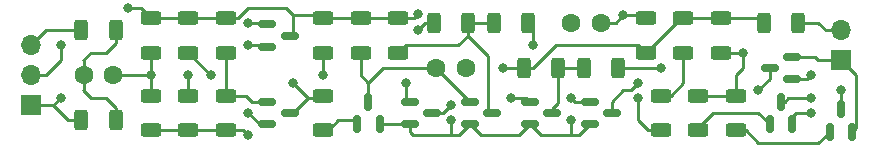
<source format=gbr>
%TF.GenerationSoftware,KiCad,Pcbnew,(6.0.10)*%
%TF.CreationDate,2023-01-19T16:24:11+09:00*%
%TF.ProjectId,Test2,54657374-322e-46b6-9963-61645f706362,rev?*%
%TF.SameCoordinates,Original*%
%TF.FileFunction,Copper,L1,Top*%
%TF.FilePolarity,Positive*%
%FSLAX46Y46*%
G04 Gerber Fmt 4.6, Leading zero omitted, Abs format (unit mm)*
G04 Created by KiCad (PCBNEW (6.0.10)) date 2023-01-19 16:24:11*
%MOMM*%
%LPD*%
G01*
G04 APERTURE LIST*
G04 Aperture macros list*
%AMRoundRect*
0 Rectangle with rounded corners*
0 $1 Rounding radius*
0 $2 $3 $4 $5 $6 $7 $8 $9 X,Y pos of 4 corners*
0 Add a 4 corners polygon primitive as box body*
4,1,4,$2,$3,$4,$5,$6,$7,$8,$9,$2,$3,0*
0 Add four circle primitives for the rounded corners*
1,1,$1+$1,$2,$3*
1,1,$1+$1,$4,$5*
1,1,$1+$1,$6,$7*
1,1,$1+$1,$8,$9*
0 Add four rect primitives between the rounded corners*
20,1,$1+$1,$2,$3,$4,$5,0*
20,1,$1+$1,$4,$5,$6,$7,0*
20,1,$1+$1,$6,$7,$8,$9,0*
20,1,$1+$1,$8,$9,$2,$3,0*%
G04 Aperture macros list end*
%TA.AperFunction,ComponentPad*%
%ADD10C,1.600000*%
%TD*%
%TA.AperFunction,ComponentPad*%
%ADD11R,1.700000X1.700000*%
%TD*%
%TA.AperFunction,ComponentPad*%
%ADD12O,1.700000X1.700000*%
%TD*%
%TA.AperFunction,SMDPad,CuDef*%
%ADD13RoundRect,0.150000X0.150000X-0.587500X0.150000X0.587500X-0.150000X0.587500X-0.150000X-0.587500X0*%
%TD*%
%TA.AperFunction,SMDPad,CuDef*%
%ADD14RoundRect,0.150000X-0.587500X-0.150000X0.587500X-0.150000X0.587500X0.150000X-0.587500X0.150000X0*%
%TD*%
%TA.AperFunction,SMDPad,CuDef*%
%ADD15RoundRect,0.150000X0.587500X0.150000X-0.587500X0.150000X-0.587500X-0.150000X0.587500X-0.150000X0*%
%TD*%
%TA.AperFunction,SMDPad,CuDef*%
%ADD16RoundRect,0.250000X-0.625000X0.312500X-0.625000X-0.312500X0.625000X-0.312500X0.625000X0.312500X0*%
%TD*%
%TA.AperFunction,SMDPad,CuDef*%
%ADD17RoundRect,0.250000X-0.312500X-0.625000X0.312500X-0.625000X0.312500X0.625000X-0.312500X0.625000X0*%
%TD*%
%TA.AperFunction,SMDPad,CuDef*%
%ADD18RoundRect,0.250000X0.312500X0.625000X-0.312500X0.625000X-0.312500X-0.625000X0.312500X-0.625000X0*%
%TD*%
%TA.AperFunction,SMDPad,CuDef*%
%ADD19RoundRect,0.250000X0.625000X-0.312500X0.625000X0.312500X-0.625000X0.312500X-0.625000X-0.312500X0*%
%TD*%
%TA.AperFunction,ViaPad*%
%ADD20C,0.800000*%
%TD*%
%TA.AperFunction,Conductor*%
%ADD21C,0.250000*%
%TD*%
G04 APERTURE END LIST*
D10*
%TO.P,C1,1*%
%TO.N,Net-(C1-Pad1)*%
X34310000Y-22860000D03*
%TO.P,C1,2*%
%TO.N,Net-(Q1-Pad1)*%
X36810000Y-22860000D03*
%TD*%
%TO.P,C3,1*%
%TO.N,Net-(R17-Pad2)*%
X78085000Y-18415000D03*
%TO.P,C3,2*%
%TO.N,Net-(R19-Pad2)*%
X75585000Y-18415000D03*
%TD*%
%TO.P,C2,1*%
%TO.N,Net-(R10-Pad2)*%
X66655000Y-22225000D03*
%TO.P,C2,2*%
%TO.N,Net-(R11-Pad2)*%
X64155000Y-22225000D03*
%TD*%
D11*
%TO.P,KCS,1,Pin_1*%
%TO.N,GND*%
X98425000Y-21590000D03*
D12*
%TO.P,KCS,2,Pin_2*%
%TO.N,Net-(J2-Pad2)*%
X98425000Y-19050000D03*
%TD*%
%TO.P,G,3,Pin_3*%
%TO.N,Net-(R1-Pad1)*%
X29845000Y-20305000D03*
%TO.P,G,2,Pin_2*%
%TO.N,Net-(R7-Pad1)*%
X29845000Y-22845000D03*
D11*
%TO.P,G,1,Pin_1*%
%TO.N,GND*%
X29845000Y-25385000D03*
%TD*%
D13*
%TO.P,Q10,1,B*%
%TO.N,Net-(R22-Pad2)*%
X97475000Y-27607500D03*
%TO.P,Q10,2,E*%
%TO.N,GND*%
X99375000Y-27607500D03*
%TO.P,Q10,3,C*%
%TO.N,Net-(J2-Pad2)*%
X98425000Y-25732500D03*
%TD*%
D14*
%TO.P,Q9,1,B*%
%TO.N,Net-(R19-Pad2)*%
X77167500Y-25085000D03*
%TO.P,Q9,2,E*%
%TO.N,GND*%
X77167500Y-26985000D03*
%TO.P,Q9,3,C*%
%TO.N,Net-(R20-Pad2)*%
X79042500Y-26035000D03*
%TD*%
D15*
%TO.P,Q8,3,C*%
%TO.N,Net-(R19-Pad2)*%
X92407500Y-22225000D03*
%TO.P,Q8,2,E*%
%TO.N,GND*%
X94282500Y-21275000D03*
%TO.P,Q8,1,B*%
%TO.N,Net-(R16-Pad2)*%
X94282500Y-23175000D03*
%TD*%
D13*
%TO.P,Q7,3,C*%
%TO.N,Net-(R17-Pad2)*%
X93345000Y-25097500D03*
%TO.P,Q7,2,E*%
%TO.N,GND*%
X94295000Y-26972500D03*
%TO.P,Q7,1,B*%
%TO.N,Net-(R20-Pad1)*%
X92395000Y-26972500D03*
%TD*%
D14*
%TO.P,Q6,1,B*%
%TO.N,Net-(R14-Pad2)*%
X72087500Y-25085000D03*
%TO.P,Q6,2,E*%
%TO.N,GND*%
X72087500Y-26985000D03*
%TO.P,Q6,3,C*%
%TO.N,Net-(R15-Pad2)*%
X73962500Y-26035000D03*
%TD*%
%TO.P,Q5,1,B*%
%TO.N,Net-(R11-Pad2)*%
X67007500Y-25085000D03*
%TO.P,Q5,2,E*%
%TO.N,GND*%
X67007500Y-26985000D03*
%TO.P,Q5,3,C*%
%TO.N,Net-(R12-Pad2)*%
X68882500Y-26035000D03*
%TD*%
D13*
%TO.P,Q4,1,B*%
%TO.N,Net-(R9-Pad2)*%
X57470000Y-26972500D03*
%TO.P,Q4,2,E*%
%TO.N,GND*%
X59370000Y-26972500D03*
%TO.P,Q4,3,C*%
%TO.N,Net-(R11-Pad2)*%
X58420000Y-25097500D03*
%TD*%
D14*
%TO.P,Q3,1,B*%
%TO.N,Net-(R12-Pad1)*%
X61927500Y-25085000D03*
%TO.P,Q3,2,E*%
%TO.N,GND*%
X61927500Y-26985000D03*
%TO.P,Q3,3,C*%
%TO.N,Net-(R10-Pad2)*%
X63802500Y-26035000D03*
%TD*%
%TO.P,Q2,3,C*%
%TO.N,Net-(R5-Pad2)*%
X51737500Y-26035000D03*
%TO.P,Q2,2,E*%
%TO.N,Net-(Q2-Pad2)*%
X49862500Y-26985000D03*
%TO.P,Q2,1,B*%
%TO.N,Net-(R8-Pad1)*%
X49862500Y-25085000D03*
%TD*%
%TO.P,Q1,3,C*%
%TO.N,Net-(R7-Pad1)*%
X51737500Y-19492500D03*
%TO.P,Q1,2,E*%
%TO.N,Net-(Q2-Pad2)*%
X49862500Y-20442500D03*
%TO.P,Q1,1,B*%
%TO.N,Net-(Q1-Pad1)*%
X49862500Y-18542500D03*
%TD*%
D16*
%TO.P,R8,1*%
%TO.N,Net-(R8-Pad1)*%
X46355000Y-24572500D03*
%TO.P,R8,2*%
%TO.N,GND*%
X46355000Y-27497500D03*
%TD*%
%TO.P,R7,1*%
%TO.N,Net-(R7-Pad1)*%
X46355000Y-18030000D03*
%TO.P,R7,2*%
%TO.N,Net-(R8-Pad1)*%
X46355000Y-20955000D03*
%TD*%
%TO.P,R6,1*%
%TO.N,Net-(Q2-Pad2)*%
X43180000Y-24572500D03*
%TO.P,R6,2*%
%TO.N,GND*%
X43180000Y-27497500D03*
%TD*%
D17*
%TO.P,R23,1*%
%TO.N,Net-(R7-Pad1)*%
X91882500Y-18415000D03*
%TO.P,R23,2*%
%TO.N,Net-(J2-Pad2)*%
X94807500Y-18415000D03*
%TD*%
D16*
%TO.P,R4,1*%
%TO.N,Net-(Q1-Pad1)*%
X40005000Y-24572500D03*
%TO.P,R4,2*%
%TO.N,GND*%
X40005000Y-27497500D03*
%TD*%
%TO.P,R3,1*%
%TO.N,Net-(R7-Pad1)*%
X40005000Y-18030000D03*
%TO.P,R3,2*%
%TO.N,Net-(Q1-Pad1)*%
X40005000Y-20955000D03*
%TD*%
D18*
%TO.P,R2,2*%
%TO.N,GND*%
X34097500Y-26670000D03*
%TO.P,R2,1*%
%TO.N,Net-(C1-Pad1)*%
X37022500Y-26670000D03*
%TD*%
D17*
%TO.P,R1,1*%
%TO.N,Net-(R1-Pad1)*%
X34097500Y-19050000D03*
%TO.P,R1,2*%
%TO.N,Net-(C1-Pad1)*%
X37022500Y-19050000D03*
%TD*%
D16*
%TO.P,R22,1*%
%TO.N,Net-(R20-Pad2)*%
X89535000Y-24572500D03*
%TO.P,R22,2*%
%TO.N,Net-(R22-Pad2)*%
X89535000Y-27497500D03*
%TD*%
%TO.P,R21,2*%
%TO.N,Net-(R20-Pad2)*%
X88265000Y-20955000D03*
%TO.P,R21,1*%
%TO.N,Net-(R7-Pad1)*%
X88265000Y-18030000D03*
%TD*%
D19*
%TO.P,R20,1*%
%TO.N,Net-(R20-Pad1)*%
X86360000Y-27497500D03*
%TO.P,R20,2*%
%TO.N,Net-(R20-Pad2)*%
X86360000Y-24572500D03*
%TD*%
D16*
%TO.P,R19,1*%
%TO.N,Net-(R18-Pad2)*%
X83185000Y-24572500D03*
%TO.P,R19,2*%
%TO.N,Net-(R19-Pad2)*%
X83185000Y-27497500D03*
%TD*%
%TO.P,R18,1*%
%TO.N,Net-(R7-Pad1)*%
X85090000Y-18030000D03*
%TO.P,R18,2*%
%TO.N,Net-(R18-Pad2)*%
X85090000Y-20955000D03*
%TD*%
D19*
%TO.P,R17,1*%
%TO.N,Net-(R7-Pad1)*%
X81915000Y-20955000D03*
%TO.P,R17,2*%
%TO.N,Net-(R17-Pad2)*%
X81915000Y-18030000D03*
%TD*%
D17*
%TO.P,R16,1*%
%TO.N,Net-(R15-Pad2)*%
X76642500Y-22225000D03*
%TO.P,R16,2*%
%TO.N,Net-(R16-Pad2)*%
X79567500Y-22225000D03*
%TD*%
%TO.P,R15,1*%
%TO.N,Net-(R7-Pad1)*%
X71562500Y-22225000D03*
%TO.P,R15,2*%
%TO.N,Net-(R15-Pad2)*%
X74487500Y-22225000D03*
%TD*%
%TO.P,R14,1*%
%TO.N,Net-(R12-Pad2)*%
X69022500Y-18415000D03*
%TO.P,R14,2*%
%TO.N,Net-(R14-Pad2)*%
X71947500Y-18415000D03*
%TD*%
D16*
%TO.P,R13,1*%
%TO.N,Net-(R7-Pad1)*%
X60960000Y-18030000D03*
%TO.P,R13,2*%
%TO.N,Net-(R12-Pad2)*%
X60960000Y-20955000D03*
%TD*%
D17*
%TO.P,R12,1*%
%TO.N,Net-(R12-Pad1)*%
X63942500Y-18415000D03*
%TO.P,R12,2*%
%TO.N,Net-(R12-Pad2)*%
X66867500Y-18415000D03*
%TD*%
D16*
%TO.P,R11,2*%
%TO.N,Net-(R11-Pad2)*%
X57785000Y-20955000D03*
%TO.P,R11,1*%
%TO.N,Net-(R7-Pad1)*%
X57785000Y-18030000D03*
%TD*%
%TO.P,R10,2*%
%TO.N,Net-(R10-Pad2)*%
X54610000Y-20955000D03*
%TO.P,R10,1*%
%TO.N,Net-(R7-Pad1)*%
X54610000Y-18030000D03*
%TD*%
%TO.P,R9,1*%
%TO.N,Net-(R5-Pad2)*%
X54610000Y-24572500D03*
%TO.P,R9,2*%
%TO.N,Net-(R9-Pad2)*%
X54610000Y-27497500D03*
%TD*%
%TO.P,R5,1*%
%TO.N,Net-(R7-Pad1)*%
X43180000Y-18030000D03*
%TO.P,R5,2*%
%TO.N,Net-(R5-Pad2)*%
X43180000Y-20955000D03*
%TD*%
D20*
%TO.N,Net-(J2-Pad2)*%
X98425000Y-24130000D03*
%TO.N,Net-(R19-Pad2)*%
X91440000Y-24130000D03*
%TO.N,Net-(R17-Pad2)*%
X95885000Y-24765000D03*
X80010000Y-17780000D03*
%TO.N,Net-(R16-Pad2)*%
X95885000Y-22860000D03*
X83185000Y-22225000D03*
%TO.N,Net-(R20-Pad2)*%
X90170000Y-20955000D03*
X81280000Y-23495000D03*
%TO.N,Net-(R19-Pad2)*%
X81280000Y-24765000D03*
X75565000Y-24765000D03*
%TO.N,Net-(R14-Pad2)*%
X70485000Y-24765000D03*
X72390000Y-20320000D03*
%TO.N,Net-(R12-Pad1)*%
X61595000Y-23495000D03*
%TO.N,Net-(R7-Pad1)*%
X62611000Y-17653000D03*
%TO.N,Net-(R12-Pad1)*%
X62611000Y-19050000D03*
%TO.N,Net-(R10-Pad2)*%
X54610000Y-22860000D03*
X65405000Y-25400000D03*
%TO.N,Net-(R7-Pad1)*%
X69850000Y-22225000D03*
%TO.N,GND*%
X32385000Y-24765000D03*
X95885000Y-26035000D03*
X75565000Y-26670000D03*
X65405000Y-26670000D03*
X48260000Y-27940000D03*
%TO.N,Net-(R5-Pad2)*%
X52070000Y-23495000D03*
X45085000Y-22860000D03*
%TO.N,Net-(Q2-Pad2)*%
X48260000Y-20320000D03*
X43180000Y-22860000D03*
X48260000Y-26035000D03*
%TO.N,Net-(Q1-Pad1)*%
X40005000Y-22860000D03*
X48260000Y-18415000D03*
%TO.N,Net-(R7-Pad1)*%
X38100000Y-17145000D03*
X32385000Y-20320000D03*
%TD*%
D21*
%TO.N,Net-(J2-Pad2)*%
X98425000Y-24130000D02*
X98425000Y-25732500D01*
%TO.N,Net-(R16-Pad2)*%
X95570000Y-23175000D02*
X94282500Y-23175000D01*
X95885000Y-22860000D02*
X95570000Y-23175000D01*
%TO.N,Net-(R17-Pad2)*%
X93647500Y-25097500D02*
X93345000Y-25097500D01*
X93980000Y-24765000D02*
X93647500Y-25097500D01*
X95885000Y-24765000D02*
X93980000Y-24765000D01*
%TO.N,Net-(R22-Pad2)*%
X96507500Y-28575000D02*
X97475000Y-27607500D01*
X90362500Y-27497500D02*
X91440000Y-28575000D01*
X91440000Y-28575000D02*
X96507500Y-28575000D01*
X89535000Y-27497500D02*
X90362500Y-27497500D01*
%TO.N,GND*%
X94615000Y-26035000D02*
X95885000Y-26035000D01*
X94295000Y-26355000D02*
X94615000Y-26035000D01*
X94295000Y-26972500D02*
X94295000Y-26355000D01*
%TO.N,Net-(R20-Pad1)*%
X92377500Y-26972500D02*
X92395000Y-26972500D01*
X91440000Y-26035000D02*
X92377500Y-26972500D01*
X87630000Y-26035000D02*
X91440000Y-26035000D01*
X86360000Y-27305000D02*
X87630000Y-26035000D01*
X86360000Y-27497500D02*
X86360000Y-27305000D01*
%TO.N,GND*%
X99392500Y-27607500D02*
X99695000Y-27305000D01*
X99695000Y-27305000D02*
X99695000Y-22860000D01*
X99695000Y-22860000D02*
X98425000Y-21590000D01*
X99375000Y-27607500D02*
X99392500Y-27607500D01*
%TO.N,Net-(R19-Pad2)*%
X82107500Y-27497500D02*
X83185000Y-27497500D01*
X81280000Y-24765000D02*
X81280000Y-26670000D01*
X81280000Y-26670000D02*
X82107500Y-27497500D01*
%TO.N,Net-(R8-Pad1)*%
X46355000Y-24572500D02*
X46355000Y-20955000D01*
%TO.N,Net-(J2-Pad2)*%
X96520000Y-18415000D02*
X97155000Y-19050000D01*
X97155000Y-19050000D02*
X98425000Y-19050000D01*
X94807500Y-18415000D02*
X96520000Y-18415000D01*
%TO.N,Net-(R19-Pad2)*%
X92407500Y-23162500D02*
X92407500Y-22225000D01*
X91440000Y-24130000D02*
X92407500Y-23162500D01*
%TO.N,Net-(R17-Pad2)*%
X81665000Y-17780000D02*
X81915000Y-18030000D01*
X80010000Y-17780000D02*
X81665000Y-17780000D01*
X79375000Y-18415000D02*
X80010000Y-17780000D01*
X78085000Y-18415000D02*
X79375000Y-18415000D01*
%TO.N,Net-(R7-Pad1)*%
X84840000Y-18030000D02*
X85090000Y-18030000D01*
X81915000Y-20955000D02*
X84840000Y-18030000D01*
X81280000Y-20320000D02*
X81915000Y-20955000D01*
X74295000Y-20320000D02*
X81280000Y-20320000D01*
X72390000Y-22225000D02*
X74295000Y-20320000D01*
X71562500Y-22225000D02*
X72390000Y-22225000D01*
X88265000Y-18030000D02*
X91497500Y-18030000D01*
X91497500Y-18030000D02*
X91882500Y-18415000D01*
X85090000Y-18030000D02*
X88265000Y-18030000D01*
%TO.N,Net-(R18-Pad2)*%
X84012500Y-24572500D02*
X85090000Y-23495000D01*
X83185000Y-24572500D02*
X84012500Y-24572500D01*
X85090000Y-23495000D02*
X85090000Y-20955000D01*
%TO.N,GND*%
X96520000Y-21590000D02*
X98425000Y-21590000D01*
X96205000Y-21275000D02*
X96520000Y-21590000D01*
X94282500Y-21275000D02*
X96205000Y-21275000D01*
%TO.N,Net-(R16-Pad2)*%
X79567500Y-22225000D02*
X83185000Y-22225000D01*
%TO.N,Net-(R20-Pad2)*%
X86360000Y-24572500D02*
X89535000Y-24572500D01*
X90170000Y-22225000D02*
X90170000Y-20955000D01*
X89535000Y-22860000D02*
X90170000Y-22225000D01*
X89535000Y-24572500D02*
X89535000Y-22860000D01*
X88265000Y-20955000D02*
X90170000Y-20955000D01*
X80645000Y-24130000D02*
X81280000Y-23495000D01*
X80010000Y-24130000D02*
X80645000Y-24130000D01*
X79042500Y-25097500D02*
X80010000Y-24130000D01*
X79042500Y-26035000D02*
X79042500Y-25097500D01*
%TO.N,Net-(R19-Pad2)*%
X75885000Y-25085000D02*
X75565000Y-24765000D01*
X77167500Y-25085000D02*
X75885000Y-25085000D01*
%TO.N,Net-(R15-Pad2)*%
X74487500Y-22225000D02*
X76642500Y-22225000D01*
X74487500Y-25207500D02*
X74487500Y-22225000D01*
X73962500Y-25732500D02*
X74487500Y-25207500D01*
X73962500Y-26035000D02*
X73962500Y-25732500D01*
%TO.N,Net-(R14-Pad2)*%
X71767500Y-24765000D02*
X72087500Y-25085000D01*
X70485000Y-24765000D02*
X71767500Y-24765000D01*
X72390000Y-18857500D02*
X71947500Y-18415000D01*
X72390000Y-20320000D02*
X72390000Y-18857500D01*
%TO.N,Net-(R12-Pad2)*%
X68580000Y-25732500D02*
X68882500Y-26035000D01*
X68580000Y-21205000D02*
X68580000Y-25732500D01*
X66867500Y-19492500D02*
X68580000Y-21205000D01*
%TO.N,Net-(R11-Pad2)*%
X67007500Y-25085000D02*
X67007500Y-25077500D01*
X67007500Y-25077500D02*
X64155000Y-22225000D01*
%TO.N,Net-(R12-Pad1)*%
X61595000Y-23495000D02*
X61595000Y-24752500D01*
X61595000Y-24752500D02*
X61927500Y-25085000D01*
%TO.N,Net-(R7-Pad1)*%
X62234000Y-18030000D02*
X62611000Y-17653000D01*
X60960000Y-18030000D02*
X62234000Y-18030000D01*
%TO.N,Net-(R12-Pad1)*%
X63246000Y-18415000D02*
X63942500Y-18415000D01*
X62611000Y-19050000D02*
X63246000Y-18415000D01*
%TO.N,Net-(R12-Pad2)*%
X66867500Y-18415000D02*
X69022500Y-18415000D01*
X66040000Y-20320000D02*
X66867500Y-19492500D01*
X61595000Y-20320000D02*
X66040000Y-20320000D01*
X60960000Y-20955000D02*
X61595000Y-20320000D01*
X66867500Y-19492500D02*
X66867500Y-18415000D01*
%TO.N,Net-(R10-Pad2)*%
X64770000Y-26035000D02*
X65405000Y-25400000D01*
X63802500Y-26035000D02*
X64770000Y-26035000D01*
X54610000Y-20955000D02*
X54610000Y-22860000D01*
%TO.N,Net-(R11-Pad2)*%
X58420000Y-23495000D02*
X59690000Y-22225000D01*
X59690000Y-22225000D02*
X64155000Y-22225000D01*
%TO.N,Net-(R9-Pad2)*%
X57167500Y-26670000D02*
X57470000Y-26972500D01*
X55880000Y-26670000D02*
X57167500Y-26670000D01*
X55052500Y-27497500D02*
X55880000Y-26670000D01*
X54610000Y-27497500D02*
X55052500Y-27497500D01*
%TO.N,Net-(R11-Pad2)*%
X57785000Y-22860000D02*
X57785000Y-20955000D01*
X58420000Y-23495000D02*
X57785000Y-22860000D01*
X58420000Y-25097500D02*
X58420000Y-23495000D01*
%TO.N,Net-(R7-Pad1)*%
X69850000Y-22225000D02*
X71562500Y-22225000D01*
X57785000Y-18030000D02*
X60960000Y-18030000D01*
X54610000Y-18030000D02*
X57785000Y-18030000D01*
X54360000Y-17780000D02*
X54610000Y-18030000D01*
X52070000Y-17780000D02*
X54360000Y-17780000D01*
%TO.N,GND*%
X65405000Y-26670000D02*
X65405000Y-27940000D01*
X65405000Y-27940000D02*
X66052500Y-27940000D01*
X62230000Y-27940000D02*
X65405000Y-27940000D01*
X75565000Y-26670000D02*
X75565000Y-27940000D01*
X75565000Y-27940000D02*
X76212500Y-27940000D01*
X73025000Y-27940000D02*
X75565000Y-27940000D01*
X31750000Y-25400000D02*
X32385000Y-24765000D01*
X31750000Y-25400000D02*
X33020000Y-26670000D01*
X31735000Y-25385000D02*
X31750000Y-25400000D01*
X76212500Y-27940000D02*
X77167500Y-26985000D01*
X72087500Y-27002500D02*
X73025000Y-27940000D01*
X72087500Y-26985000D02*
X72087500Y-27002500D01*
X71132500Y-27940000D02*
X72087500Y-26985000D01*
X67945000Y-27940000D02*
X71132500Y-27940000D01*
X67007500Y-27002500D02*
X67945000Y-27940000D01*
X67007500Y-26985000D02*
X67007500Y-27002500D01*
X66052500Y-27940000D02*
X67007500Y-26985000D01*
X61927500Y-26985000D02*
X61927500Y-27637500D01*
X61927500Y-27637500D02*
X62230000Y-27940000D01*
X61915000Y-26972500D02*
X61927500Y-26985000D01*
X59370000Y-26972500D02*
X61915000Y-26972500D01*
X47817500Y-27497500D02*
X48260000Y-27940000D01*
X46355000Y-27497500D02*
X47817500Y-27497500D01*
%TO.N,Net-(Q2-Pad2)*%
X48260000Y-26035000D02*
X49210000Y-26985000D01*
X49210000Y-26985000D02*
X49862500Y-26985000D01*
%TO.N,Net-(R5-Pad2)*%
X52070000Y-26035000D02*
X53340000Y-24765000D01*
X51737500Y-26035000D02*
X52070000Y-26035000D01*
X53340000Y-24765000D02*
X54417500Y-24765000D01*
X52070000Y-23495000D02*
X53340000Y-24765000D01*
X54417500Y-24765000D02*
X54610000Y-24572500D01*
X43180000Y-20955000D02*
X45085000Y-22860000D01*
%TO.N,Net-(Q2-Pad2)*%
X49740000Y-20320000D02*
X49862500Y-20442500D01*
X48260000Y-20320000D02*
X49740000Y-20320000D01*
X43180000Y-24572500D02*
X43180000Y-22860000D01*
%TO.N,GND*%
X33020000Y-26670000D02*
X34097500Y-26670000D01*
X29845000Y-25385000D02*
X31735000Y-25385000D01*
%TO.N,Net-(R7-Pad1)*%
X29845000Y-22845000D02*
X31130000Y-22845000D01*
X32385000Y-21590000D02*
X32385000Y-20320000D01*
X31130000Y-22845000D02*
X32385000Y-21590000D01*
%TO.N,Net-(R8-Pad1)*%
X48067500Y-24572500D02*
X48580000Y-25085000D01*
X46355000Y-24572500D02*
X48067500Y-24572500D01*
X48580000Y-25085000D02*
X49862500Y-25085000D01*
%TO.N,Net-(Q1-Pad1)*%
X49735000Y-18415000D02*
X49862500Y-18542500D01*
X48260000Y-18415000D02*
X49735000Y-18415000D01*
%TO.N,GND*%
X43180000Y-27497500D02*
X46355000Y-27497500D01*
X40005000Y-27497500D02*
X43180000Y-27497500D01*
%TO.N,Net-(C1-Pad1)*%
X36195000Y-24765000D02*
X37022500Y-25592500D01*
X37022500Y-25592500D02*
X37022500Y-26670000D01*
X34290000Y-24130000D02*
X34925000Y-24765000D01*
X34310000Y-24110000D02*
X34290000Y-24130000D01*
X34925000Y-24765000D02*
X36195000Y-24765000D01*
X34310000Y-22860000D02*
X34310000Y-24110000D01*
X37022500Y-20127500D02*
X37022500Y-19050000D01*
X36195000Y-20955000D02*
X37022500Y-20127500D01*
X34290000Y-21590000D02*
X34925000Y-20955000D01*
X34310000Y-21610000D02*
X34290000Y-21590000D01*
X34925000Y-20955000D02*
X36195000Y-20955000D01*
X34310000Y-22860000D02*
X34310000Y-21610000D01*
%TO.N,Net-(Q1-Pad1)*%
X40005000Y-24572500D02*
X40005000Y-22860000D01*
X40005000Y-22860000D02*
X40005000Y-20955000D01*
X36810000Y-22860000D02*
X40005000Y-22860000D01*
%TO.N,Net-(R7-Pad1)*%
X52070000Y-19160000D02*
X51737500Y-19492500D01*
X52070000Y-17780000D02*
X52070000Y-19160000D01*
X51435000Y-17145000D02*
X52070000Y-17780000D01*
X48260000Y-17145000D02*
X51435000Y-17145000D01*
X47375000Y-18030000D02*
X48260000Y-17145000D01*
X46355000Y-18030000D02*
X47375000Y-18030000D01*
X43180000Y-18030000D02*
X46355000Y-18030000D01*
X40005000Y-18030000D02*
X43180000Y-18030000D01*
X39120000Y-17145000D02*
X40005000Y-18030000D01*
X38100000Y-17145000D02*
X39120000Y-17145000D01*
%TO.N,Net-(R1-Pad1)*%
X31100000Y-19050000D02*
X34097500Y-19050000D01*
X29845000Y-20305000D02*
X31100000Y-19050000D01*
%TD*%
M02*

</source>
